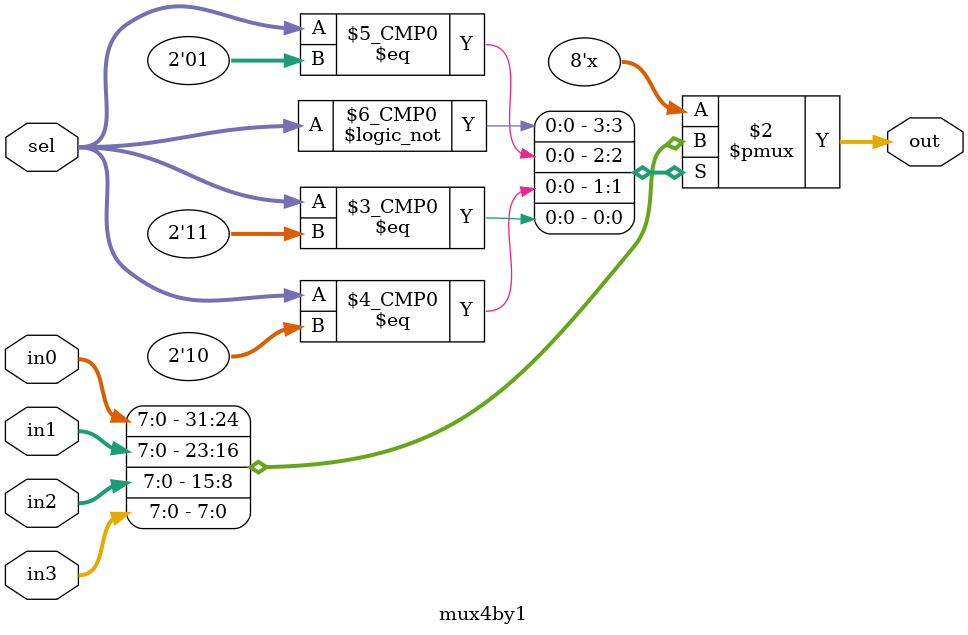
<source format=v>
/*********************************************************
 *
 *  Module: mux4by1.v
 *  Project: Hunter_RV32
 *  Author: Ali El-Said (ali.elsaid@aucegypt.edu), Ahmed Wael (awael@aucegypt.edu), Habiba Bassem (habibabassem@aucegypt.edu)
 *  Description: 4 by 1 Multiplexer
 *
 *********************************************************/
`timescale 1ns/1ns

module mux4by1 (in0, in1, in2, in3, sel, out);

    input   [7:0] in0;
    input   [7:0] in1;
    input   [7:0] in2;
    input   [7:0] in3;
    input   [1:0] sel;
    output  reg [7:0] out;
    
    always @ (*) begin
        
        case (sel)
            2'b00:  out = in0;
            2'b01:  out = in1;
            2'b10:  out = in2;
            2'b11:  out = in3;
        endcase
        
    end
    

endmodule
</source>
